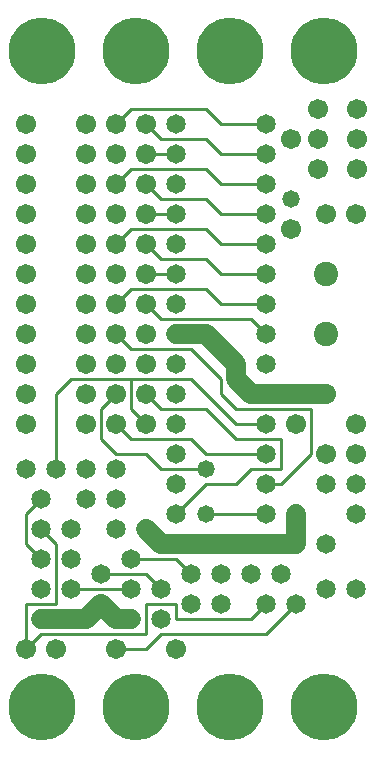
<source format=gbl>
%MOIN*%
%FSLAX25Y25*%
G04 D10 used for Character Trace; *
G04     Circle (OD=.01000) (No hole)*
G04 D11 used for Power Trace; *
G04     Circle (OD=.06700) (No hole)*
G04 D12 used for Signal Trace; *
G04     Circle (OD=.01100) (No hole)*
G04 D13 used for Via; *
G04     Circle (OD=.05800) (Round. Hole ID=.02800)*
G04 D14 used for Component hole; *
G04     Circle (OD=.06500) (Round. Hole ID=.03500)*
G04 D15 used for Component hole; *
G04     Circle (OD=.06700) (Round. Hole ID=.04300)*
G04 D16 used for Component hole; *
G04     Circle (OD=.08100) (Round. Hole ID=.05100)*
G04 D17 used for Component hole; *
G04     Circle (OD=.08900) (Round. Hole ID=.05900)*
G04 D18 used for Component hole; *
G04     Circle (OD=.11300) (Round. Hole ID=.08300)*
G04 D19 used for Component hole; *
G04     Circle (OD=.16000) (Round. Hole ID=.13000)*
G04 D20 used for Component hole; *
G04     Circle (OD=.18300) (Round. Hole ID=.15300)*
G04 D21 used for Component hole; *
G04     Circle (OD=.22291) (Round. Hole ID=.19291)*
%ADD10C,.01000*%
%ADD11C,.06700*%
%ADD12C,.01100*%
%ADD13C,.05800*%
%ADD14C,.06500*%
%ADD15C,.06700*%
%ADD16C,.08100*%
%ADD17C,.08900*%
%ADD18C,.11300*%
%ADD19C,.16000*%
%ADD20C,.18300*%
%ADD21C,.22291*%
%IPPOS*%
%LPD*%
G90*X0Y0D02*D21*X15625Y15625D03*D15*              
X20000Y35000D03*X10000D03*D12*X15000Y40000D01*    
X50000D01*Y50000D01*X60000D01*Y45000D01*X85000D01*
X90000Y50000D01*D14*D03*X95000Y60000D03*          
X100000Y50000D03*D12*X90000Y40000D01*X55000D01*   
X50000Y35000D01*X40000D01*D15*D03*D11*            
X25000Y45000D02*X30000D01*D14*X25000D03*D11*      
X15000D01*D14*D03*D12*X10000Y50000D02*X20000D01*  
X10000Y35000D02*Y50000D01*X20000D02*Y70000D01*    
X15000Y75000D01*D14*D03*D12*X10000Y70000D02*      
Y80000D01*X15000Y65000D02*X10000Y70000D01*D14*    
X15000Y65000D03*X25000Y55000D03*D12*X45000D01*D14*
D03*D12*X55000D02*X50000Y60000D01*D14*            
X55000Y55000D03*D12*X35000Y60000D02*X50000D01*D14*
X35000D03*X25000Y65000D03*X35000Y50000D03*D11*    
X30000Y45000D01*X40000D02*X35000Y50000D01*        
X40000Y45000D02*X45000D01*D13*D03*D14*X55000D03*  
D15*X60000Y35000D03*D12*X65000Y60000D02*          
X60000Y65000D01*D14*X65000Y60000D03*D12*          
X45000Y65000D02*X60000D01*D14*X45000D03*          
X50000Y75000D03*D11*X55000Y70000D01*X65000D01*D14*
D03*D11*X100000D01*D14*D03*D11*Y80000D01*D14*D03* 
X110000Y70000D03*Y90000D03*X90000D03*D12*         
X95000D01*X105000Y100000D01*Y115000D01*X80000D01* 
X75000Y120000D01*Y125000D01*X65000Y135000D01*     
X45000D01*X40000Y140000D01*D15*D03*               
X50000Y130000D03*Y150000D03*D12*X55000Y145000D01* 
X85000D01*X90000Y140000D01*D14*D03*D11*           
X80000Y125000D02*Y130000D01*X85000Y120000D02*     
X80000Y125000D01*X85000Y120000D02*X90000D01*D14*  
D03*D11*X110000D01*D15*D03*X120000Y110000D03*     
X100000D03*D12*X95000Y95000D02*Y105000D01*        
X85000Y95000D02*X95000D01*X80000Y90000D02*        
X85000Y95000D01*X70000Y90000D02*X80000D01*        
X60000Y80000D02*X70000Y90000D01*D14*              
X60000Y80000D03*D13*X70000D03*D12*X90000D01*D14*  
D03*D15*X110000Y100000D03*D12*X70000D02*X90000D01*
D14*D03*D12*X80000Y105000D02*X95000D01*X80000D02* 
X70000Y115000D01*X55000D01*X50000Y120000D01*D15*  
D03*D12*X45000Y115000D02*Y125000D01*              
X50000Y110000D02*X45000Y115000D01*D15*            
X50000Y110000D03*D12*X45000Y105000D02*X65000D01*  
X70000Y100000D01*D13*Y95000D03*D12*X55000D01*     
X50000Y100000D01*X40000D01*X35000Y105000D01*      
Y115000D01*X40000Y120000D01*D15*D03*D12*          
X25000Y125000D02*X45000D01*X20000Y120000D02*      
X25000Y125000D01*X20000Y95000D02*Y120000D01*D14*  
Y95000D03*X30000Y85000D03*X15000D03*D12*          
X10000Y80000D01*D14*X25000Y75000D03*              
X10000Y95000D03*X30000D03*X15000Y55000D03*D15*    
X40000Y110000D03*D12*X45000Y105000D01*D14*        
X40000Y95000D03*X60000Y90000D03*Y120000D03*D15*   
X30000D03*D14*X60000Y100000D03*D15*               
X30000Y110000D03*D14*X60000D03*D12*X80000D02*     
X65000Y125000D01*X80000Y110000D02*X90000D01*D14*  
D03*Y130000D03*D11*X80000D02*X70000Y140000D01*    
X60000D01*D14*D03*Y150000D03*D15*X50000Y140000D03*
D14*X60000Y130000D03*D12*X40000Y150000D02*        
X45000Y155000D01*D15*X40000Y150000D03*D12*        
X45000Y155000D02*X70000D01*X75000Y150000D01*      
X90000D01*D14*D03*Y160000D03*D12*X75000D01*       
X70000Y165000D01*X55000D01*X50000Y170000D01*D15*  
D03*D12*X40000D02*X45000Y175000D01*D15*           
X40000Y170000D03*D12*X45000Y175000D02*X70000D01*  
X75000Y170000D01*X90000D01*D14*D03*Y180000D03*D12*
X75000D01*X70000Y185000D01*X55000D01*             
X50000Y190000D01*D15*D03*D12*X40000D02*           
X45000Y195000D01*D15*X40000Y190000D03*D12*        
X45000Y195000D02*X70000D01*X75000Y190000D01*      
X90000D01*D14*D03*D13*X98500Y185000D03*D14*       
X90000Y200000D03*D12*X75000D01*X70000Y205000D01*  
X55000D01*X50000Y210000D01*D15*D03*D12*X40000D02* 
X45000Y215000D01*D15*X40000Y210000D03*D12*        
X45000Y215000D02*X70000D01*X75000Y210000D01*      
X90000D01*D14*D03*D15*X98500Y205000D03*           
X107500Y195000D03*Y205000D03*Y215000D03*D21*      
X109375Y234375D03*X78125D03*D15*X120000Y180000D03*
D14*X60000D03*D12*X50000D01*D15*D03*D14*          
X60000Y170000D03*Y190000D03*D15*X40000Y180000D03* 
X30000Y200000D03*Y160000D03*D14*X60000Y200000D03* 
D12*X50000D01*D15*D03*D14*X60000Y210000D03*D15*   
X40000Y200000D03*X30000Y180000D03*Y210000D03*     
Y190000D03*Y170000D03*D21*X15625Y234375D03*       
X46875D03*D15*X10000Y160000D03*Y210000D03*        
X40000Y160000D03*X10000Y200000D03*                
X50000Y160000D03*D12*X60000D01*D14*D03*D15*       
X30000Y130000D03*X40000D03*X30000Y150000D03*      
Y140000D03*D12*X45000Y125000D02*X65000D01*D14*    
X40000Y85000D03*D16*X110000Y140000D03*Y160000D03* 
D15*X98500Y175000D03*D14*X40000Y75000D03*D15*     
X10000Y180000D03*D14*X120000Y80000D03*D15*        
X110000Y180000D03*X10000Y170000D03*D14*           
X120000Y90000D03*D15*Y100000D03*X10000Y150000D03* 
Y140000D03*Y130000D03*Y120000D03*Y110000D03*D14*  
X75000Y60000D03*X85000D03*D15*X10000Y190000D03*   
X120500Y195000D03*D14*X110000Y55000D03*X120000D03*
X65000Y50000D03*X75000D03*D15*X120500Y205000D03*  
Y215000D03*D21*X46875Y15625D03*X78125D03*         
X109375D03*M02*                                   

</source>
